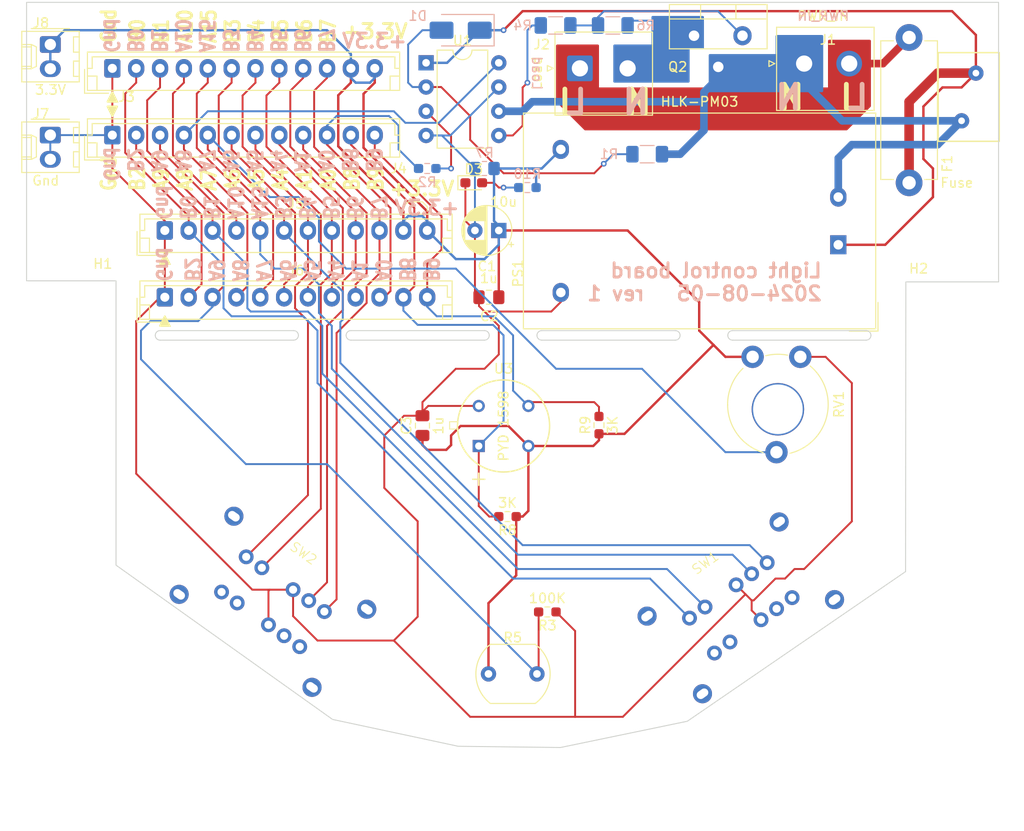
<source format=kicad_pcb>
(kicad_pcb (version 20240108) (generator "pcbnew") (generator_version "8.0")
  (layers (0 "F.Cu" signal) (31 "B.Cu" signal) (34 "B.Paste" user) (35 "F.Paste" user) (36 "B.SilkS" user "B.Silkscreen") (37 "F.SilkS" user "F.Silkscreen") (38 "B.Mask" user) (39 "F.Mask" user) (44 "Edge.Cuts" user))
  (net 0 "")
  (net 11 "/AC{slash}L")
  (net 12 "GND")
  (net 13 "+3.3V")
  (net 14 "Net-(Q2-G)")
  (net 15 "Net-(R2-Pad2)")
  (net 16 "Net-(R4-Pad1)")
  (net 17 "Net-(D1-A)")
  (net 18 "/PA15")
  (net 19 "/PB0")
  (net 20 "/PA10")
  (net 21 "/PB5")
  (net 22 "/PB4")
  (net 23 "/PB7")
  (net 24 "/PB1")
  (net 25 "/PB3")
  (net 26 "/PB6")
  (net 27 "/PB9")
  (net 28 "/PA0")
  (net 29 "/PB8")
  (net 30 "/PA9")
  (net 31 "/PA8")
  (net 32 "/PA7")
  (net 33 "/PB2")
  (net 34 "/PA4")
  (net 35 "/PA1")
  (net 36 "/PA5")
  (net 37 "/PA6")
  (net 38 "/ACL_FUSED")
  (net 39 "/AC{slash}N")
  (net 40 "/A1")
  (net 46 "Net-(D3-A)")
  (footprint "my_electromech:SW_DP4T" (layer "F.Cu") (at 108.833091 114.436178 -35)
    (property "Reference" "SW2")
    (property "Value" "SW_DP4T")
  )
  (footprint "Capacitor_THT:CP_Radial_D5.0mm_P2.50mm" (layer "F.Cu") (at 132.5 75.5 180)
    (property "Reference" "C1")
    (property "Value" "10u")
  )
  (footprint "Resistor_SMD:R_0603_1608Metric_Pad0.98x0.95mm_HandSolder" (layer "F.Cu") (at 143 95.9125 90)
    (property "Reference" "R9")
    (property "Value" "3K")
  )
  (footprint "Connector_JST:JST_EH_B12B-EH-A_1x12_P2.50mm_Vertical" (layer "F.Cu") (at 97.5 75.5)
    (property "Reference" "J5")
    (property "Value" "Conn_01x12")
  )
  (footprint "Capacitor_SMD:C_0805_2012Metric_Pad1.18x1.45mm_HandSolder" (layer "F.Cu") (at 124.5 95.9625 90)
    (property "Reference" "C3")
    (property "Value" "1u")
  )
  (footprint "dsh_mcu_board:SENSE4_PYD 1598_EXT" (layer "F.Cu") (at 130.4 98.1 90)
    (property "Reference" "U3")
    (property "Value" "PYD 1598")
  )
  (footprint "Package_DIP:DIP-8_W7.62mm" (layer "F.Cu") (at 124.88 57.92)
    (property "Reference" "U1")
    (property "Value" "LAA110")
  )
  (footprint "Connector_JST:JST_EH_B12B-EH-A_1x12_P2.50mm_Vertical" (layer "F.Cu") (at 97.5 82.5)
    (property "Reference" "J6")
    (property "Value" "Conn_01x12")
  )
  (footprint "Resistor_THT:R_Axial_DIN0614_L14.3mm_D5.7mm_P15.24mm_Horizontal" (layer "F.Cu") (at 175.5 55.26 -90)
    (property "Reference" "F1")
    (property "Value" "Fuse")
  )
  (footprint "my_electromech:SW_DP4T" (layer "F.Cu") (at 157.864234 115.073869 35.5)
    (property "Reference" "SW1")
    (property "Value" "SW_DP4T")
  )
  (footprint "Capacitor_SMD:C_0805_2012Metric_Pad1.18x1.45mm_HandSolder" (layer "F.Cu") (at 131.4625 82.5 180)
    (property "Reference" "C2")
    (property "Value" "1u")
  )
  (footprint "LED_SMD:LED_0603_1608Metric_Pad1.05x0.95mm_HandSolder" (layer "F.Cu") (at 129.875 70.5)
    (property "Reference" "D3")
    (property "Value" "Green")
  )
  (footprint "Resistor_SMD:R_0603_1608Metric_Pad0.98x0.95mm_HandSolder" (layer "F.Cu") (at 137.5875 115.5 180)
    (property "Reference" "R3")
    (property "Value" "100K")
  )
  (footprint "Resistor_SMD:R_0603_1608Metric_Pad0.98x0.95mm_HandSolder" (layer "F.Cu") (at 133.4125 105.5 180)
    (property "Reference" "R8")
    (property "Value" "3K")
  )
  (footprint "Potentiometer_THT:Potentiometer_Piher_PT-10-V10_Vertical_Hole" (layer "F.Cu") (at 159.1 88.75 -90)
    (property "Reference" "RV1")
    (property "Value" "R_Potentiometer_Trim")
  )
  (footprint "MountingHole:MountingHole_6.4mm_M6" (layer "F.Cu") (at 180.891552 76.680279)
    (property "Reference" "H2")
    (property "Value" "MountingHole")
  )
  (footprint "Varistor:RV_Disc_D9mm_W6.1mm_P5mm" (layer "F.Cu") (at 182.5 59 -90)
    (property "Reference" "D2")
    (property "Value" "1N630xCA")
  )
  (footprint "Connector_JST:JST_NV_B02P-NV_1x02_P5.00mm_Vertical" (layer "F.Cu") (at 141 58.5)
    (property "Reference" "J2")
    (property "Value" "Load")
  )
  (footprint "Connector_JST:JST_NV_B02P-NV_1x02_P5.00mm_Vertical" (layer "F.Cu") (at 164.2225 58)
    (property "Reference" "J1")
    (property "Value" "PWR_IN")
  )
  (footprint "Converter_ACDC:Converter_ACDC_Hi-Link_HLK-PMxx" (layer "F.Cu") (at 168.08 77 180)
    (property "Reference" "PS1")
    (property "Value" "HLK-PM03")
  )
  (footprint "Connector_Molex:Molex_KK-254_AE-6410-02A_1x02_P2.54mm_Vertical" (layer "F.Cu") (at 85.5 65.5 -90)
    (property "Reference" "J7")
    (property "Value" "Gnd")
  )
  (footprint "Connector_Molex:Molex_KK-254_AE-6410-02A_1x02_P2.54mm_Vertical" (layer "F.Cu") (at 85.5 56 -90)
    (property "Reference" "J8")
    (property "Value" "3.3V")
  )
  (footprint "Package_TO_SOT_THT:TO-220-3_Vertical" (layer "F.Cu") (at 152.96 55.07875)
    (property "Reference" "Q2")
    (property "Value" "BTA16-600SW")
  )
  (footprint "Connector_JST:JST_EH_B12B-EH-A_1x12_P2.50mm_Vertical" (layer "F.Cu") (at 92 65.5)
    (property "Reference" "J4")
    (property "Value" "Conn_01x12")
  )
  (footprint "OptoDevice:R_LDR_7x6mm_P5.1mm_Vertical" (layer "F.Cu") (at 131.42 122)
    (property "Reference" "R5")
    (property "Value" "R_Photo")
  )
  (footprint "Connector_JST:JST_EH_B12B-EH-A_1x12_P2.50mm_Vertical" (layer "F.Cu") (at 92 58.5)
    (property "Reference" "J3")
    (property "Value" "Conn_01x12")
  )
  (footprint "MountingHole:MountingHole_6.4mm_M6" (layer "F.Cu") (at 86.901631 76.677527)
    (property "Reference" "H1")
    (property "Value" "MountingHole")
  )
  (footprint "Resistor_SMD:R_0805_2012Metric_Pad1.20x1.40mm_HandSolder" (layer "B.Cu") (at 131 69 180)
    (property "Reference" "R7")
    (property "Value" "50")
  )
  (footprint "Resistor_SMD:R_1206_3216Metric_Pad1.30x1.75mm_HandSolder" (layer "B.Cu") (at 144.45 54)
    (property "Reference" "R6")
    (property "Value" "5K")
  )
  (footprint "Resistor_SMD:R_0603_1608Metric_Pad0.98x0.95mm_HandSolder" (layer "B.Cu") (at 125 69)
    (property "Reference" "R2")
    (property "Value" "220")
  )
  (footprint "Resistor_SMD:R_1206_3216Metric_Pad1.30x1.75mm_HandSolder" (layer "B.Cu") (at 148.05 67.5 180)
    (property "Reference" "R1")
    (property "Value" "47K/0.25W")
  )
  (footprint "Diode_SMD:D_SMA" (layer "B.Cu") (at 128.5 54.5 180)
    (property "Reference" "D1")
    (property "Value" "US1M")
  )
  (footprint "Resistor_SMD:R_0603_1608Metric_Pad0.98x0.95mm_HandSolder" (layer "B.Cu") (at 135.5 71 180)
    (property "Reference" "R10")
    (property "Value" "1K")
  )
  (footprint "Resistor_SMD:R_1206_3216Metric_Pad1.30x1.75mm_HandSolder" (layer "B.Cu") (at 138.45 54)
    (property "Reference" "R4")
    (property "Value" "1K")
  )
  (gr_poly (pts (xy 92.5 62.5) (xy 92 63.5) (xy 91.5 62.5)) (stroke (width 0.2)) (fill solid) (layer "F.SilkS"))
  (gr_poly (pts (xy 97 85.5) (xy 97.5 84.5) (xy 98 85.5)) (stroke (width 0.2)) (fill solid) (layer "F.SilkS"))
  (gr_line (start 122.5 73) (end 123 72.5) (stroke (width 0.1)) (layer "F.SilkS"))
  (gr_poly (pts (xy 97 79) (xy 97.5 78) (xy 98 79)) (stroke (width 0.2)) (fill solid) (layer "F.SilkS"))
  (gr_line (start 123 72.5) (end 124.5 72.5) (stroke (width 0.1)) (layer "F.SilkS"))
  (gr_line (start 122.5 73.5) (end 122.5 73) (stroke (width 0.1)) (layer "F.SilkS"))
  (gr_poly (pts (xy 91.5 62) (xy 92 61) (xy 92.5 62)) (stroke (width 0.2)) (fill solid) (layer "F.SilkS"))
  (gr_line (start 125 73) (end 125 73.5) (stroke (width 0.1)) (layer "F.SilkS"))
  (gr_line (start 124.5 72.5) (end 125 73) (stroke (width 0.1)) (layer "F.SilkS"))
  (gr_arc (start 171 86) (mid 171.353553 86.146447) (end 171.5 86.5) (stroke (width 0.1)) (layer "Edge.Cuts"))
  (gr_arc (start 157 87) (mid 156.646447 86.853553) (end 156.5 86.5) (stroke (width 0.1)) (layer "Edge.Cuts"))
  (gr_line (start 131 87) (end 117 87) (stroke (width 0.1)) (layer "Edge.Cuts"))
  (gr_arc (start 111 86) (mid 111.353553 86.146447) (end 111.5 86.5) (stroke (width 0.1)) (layer "Edge.Cuts"))
  (gr_arc (start 151 86) (mid 151.353553 86.146447) (end 151.5 86.5) (stroke (width 0.1)) (layer "Edge.Cuts"))
  (gr_arc (start 156.5 86.5) (mid 156.646447 86.146447) (end 157 86) (stroke (width 0.1)) (layer "Edge.Cuts"))
  (gr_arc (start 136.5 86.5) (mid 136.646447 86.146447) (end 137 86) (stroke (width 0.1)) (layer "Edge.Cuts"))
  (gr_arc (start 131 86) (mid 131.353553 86.146447) (end 131.5 86.5) (stroke (width 0.1)) (layer "Edge.Cuts"))
  (gr_arc (start 111.5 86.5) (mid 111.353553 86.853553) (end 111 87) (stroke (width 0.1)) (layer "Edge.Cuts"))
  (gr_arc (start 116.5 86.5) (mid 116.646447 86.146447) (end 117 86) (stroke (width 0.1)) (layer "Edge.Cuts"))
  (gr_arc (start 171.5 86.5) (mid 171.353553 86.853553) (end 171 87) (stroke (width 0.1)) (layer "Edge.Cuts"))
  (gr_arc (start 151.5 86.5) (mid 151.353553 86.853553) (end 151 87) (stroke (width 0.1)) (layer "Edge.Cuts"))
  (gr_poly (pts (xy 184.879353 80.636371) (xy 184.877186 80.630565) (xy 184.877186 51.578426) (xy 83.01302 51.578426) (xy 83.01302 80.782504) (xy 92.387913 80.782504) (xy 92.387913 110.59856) (xy 115.07581 126.77296) (xy 128.247685 129.588443) (xy 138.964207 129.717929) (xy 152.257275 126.962711) (xy 175.131077 111.270603) (xy 175.158078 80.893932) (xy 184.883152 80.893932)) (stroke (width 0.1)) (fill none) (layer "Edge.Cuts"))
  (gr_line (start 111 87) (end 97 87) (stroke (width 0.1)) (layer "Edge.Cuts"))
  (gr_arc (start 97 87) (mid 96.646447 86.853553) (end 96.5 86.5) (stroke (width 0.1)) (layer "Edge.Cuts"))
  (gr_arc (start 96.5 86.5) (mid 96.646447 86.146447) (end 97 86) (stroke (width 0.1)) (layer "Edge.Cuts"))
  (gr_arc (start 131.5 86.5) (mid 131.353553 86.853553) (end 131 87) (stroke (width 0.1)) (layer "Edge.Cuts"))
  (gr_line (start 117 86) (end 131 86) (stroke (width 0.1)) (layer "Edge.Cuts"))
  (gr_line (start 97 86) (end 111 86) (stroke (width 0.1)) (layer "Edge.Cuts"))
  (gr_line (start 151 87) (end 137 87) (stroke (width 0.1)) (layer "Edge.Cuts"))
  (gr_line (start 157 86) (end 171 86) (stroke (width 0.1)) (layer "Edge.Cuts"))
  (gr_line (start 171 87) (end 157 87) (stroke (width 0.1)) (layer "Edge.Cuts"))
  (gr_arc (start 117 87) (mid 116.646447 86.853553) (end 116.5 86.5) (stroke (width 0.1)) (layer "Edge.Cuts"))
  (gr_arc (start 137 87) (mid 136.646447 86.853553) (end 136.5 86.5) (stroke (width 0.1)) (layer "Edge.Cuts"))
  (gr_line (start 137 86) (end 151 86) (stroke (width 0.1)) (layer "Edge.Cuts"))
  (gr_text "A15" (at 106.5 74.5 270) (layer "B.SilkS") (effects (font (size 1.5 1.25) (thickness 0.3) (bold yes)) (justify left bottom mirror)))
  (gr_text "B4" (at 106 57 -90) (layer "B.SilkS") (effects (font (size 1.5 1.25) (thickness 0.3) (bold yes)) (justify left bottom mirror)))
  (gr_text "A7" (at 107 81 -90) (layer "B.SilkS") (effects (font (size 1.5 1.25) (thickness 0.3) (bold yes)) (justify left bottom mirror)))
  (gr_text "N" (at 164.5 63 -0) (layer "B.SilkS") (effects (font (size 2.5 2.5) (thickness 0.5) (bold yes)) (justify left bottom mirror)))
  (gr_text "A5" (at 106 69.5 -90) (layer "B.SilkS") (effects (font (size 1.5 1.25) (thickness 0.3) (bold yes)) (justify left bottom mirror)))
  (gr_text "B8" (at 122 81 -90) (layer "B.SilkS") (effects (font (size 1.5 1.25) (thickness 0.3) (bold yes)) (justify left bottom mirror)))
  (gr_text "B2" (at 93.5 69.5 -90) (layer "B.SilkS") (effects (font (size 1.5 1.25) (thickness 0.3) (bold yes)) (justify left bottom mirror)))
  (gr_text "B2" (at 99.5 81 -90) (layer "B.SilkS") (effects (font (size 1.5 1.25) (thickness 0.3) (bold yes)) (justify left bottom mirror)))
  (gr_text "A9" (at 96 69.5 -90) (layer "B.SilkS") (effects (font (size 1.5 1.25) (thickness 0.3) (bold yes)) (justify left bottom mirror)))
  (gr_text "L" (at 142 63.5 -0) (layer "B.SilkS") (effects (font (size 2.5 2.5) (thickness 0.5) (bold yes)) (justify left bottom mirror)))
  (gr_text "B0" (at 93.5 57 -90) (layer "B.SilkS") (effects (font (size 1.5 1.25) (thickness 0.3) (bold yes)) (justify left bottom mirror)))
  (gr_text "+3.3V" (at 121.414284 74 -0) (layer "B.SilkS") (effects (font (size 1.5 1.5) (thickness 0.3) (bold yes)) (justify right bottom mirror)))
  (gr_text "B9" (at 124.5 81 -90) (layer "B.SilkS") (effects (font (size 1.5 1.25) (thickness 0.3) (bold yes)) (justify left bottom mirror)))
  (gr_text "A5" (at 112 81 -90) (layer "B.SilkS") (effects (font (size 1.5 1.25) (thickness 0.3) (bold yes)) (justify left bottom mirror)))
  (gr_text "A4" (at 108.5 69.5 -90) (layer "B.SilkS") (effects (font (size 1.5 1.25) (thickness 0.3) (bold yes)) (justify left bottom mirror)))
  (gr_text "A4" (at 114.5 81 -90) (layer "B.SilkS") (effects (font (size 1.5 1.25) (thickness 0.3) (bold yes)) (justify left bottom mirror)))
  (gr_text "B1" (at 101.5 74.5 -90) (layer "B.SilkS") (effects (font (size 1.5 1.25) (thickness 0.3) (bold yes)) (justify left bottom mirror)))
  (gr_text "+3.3V" (at 115.914284 56.5 -0) (layer "B.SilkS") (effects (font (size 1.5 1.5) (thickness 0.3) (bold yes)) (justify right bottom mirror)))
  (gr_text "B7" (at 119 74.5 -90) (layer "B.SilkS") (effects (font (size 1.5 1.25) (thickness 0.3) (bold yes)) (justify left bottom mirror)))
  (gr_text "A0" (at 113.5 69.5 -90) (layer "B.SilkS") (effects (font (size 1.5 1.25) (thickness 0.3) (bold yes)) (justify left bottom mirror)))
  (gr_text "Gnd" (at 96.5 81 -90) (layer "B.SilkS") (effects (font (size 1.5 1.25) (thickness 0.3) (bold yes)) (justify left bottom mirror)))
  (gr_text "A8" (at 98.5 69.5 -90) (layer "B.SilkS") (effects (font (size 1.5 1.25) (thickness 0.3) (bold yes)) (justify left bottom mirror)))
  (gr_text "Gnd" (at 91 57 -90) (layer "B.SilkS") (effects (font (size 1.5 1.25) (thickness 0.3) (bold yes)) (justify left bottom mirror)))
  (gr_text "B7" (at 113.5 57 -90) (layer "B.SilkS") (effects (font (size 1.5 1.25) (thickness 0.3) (bold yes)) (justify left bottom mirror)))
  (gr_text "L" (at 171.5 63 -0) (layer "B.SilkS") (effects (font (size 2.5 2.5) (thickness 0.5) (bold yes)) (justify left bottom mirror)))
  (gr_text "B5" (at 114 74.5 -90) (layer "B.SilkS") (effects (font (size 1.5 1.25) (thickness 0.3) (bold yes)) (justify left bottom mirror)))
  (gr_text "B9" (at 118.5 69.5 -90) (layer "B.SilkS") (effects (font (size 1.5 1.25) (thickness 0.3) (bold yes)) (justify left bottom mirror)))
  (gr_text "A6" (at 109.5 81 -90) (layer "B.SilkS") (effects (font (size 1.5 1.25) (thickness 0.3) (bold yes)) (justify left bottom mirror)))
  (gr_text "B3" (at 109 74.5 -90) (layer "B.SilkS") (effects (font (size 1.5 1.25) (thickness 0.3) (bold yes)) (justify left bottom mirror)))
  (gr_text "A0" (at 119.5 81 -90) (layer "B.SilkS") (effects (font (size 1.5 1.25) (thickness 0.3) (bold yes)) (justify left bottom mirror)))
  (gr_text "B0" (at 99 74.5 -90) (layer "B.SilkS") (effects (font (size 1.5 1.25) (thickness 0.3) (bold yes)) (justify left bottom mirror)))
  (gr_text "A15" (at 101 57 -90) (layer "B.SilkS") (effects (font (size 1.5 1.25) (thickness 0.3) (bold yes)) (justify left bottom mirror)))
  (gr_text "A10" (at 104 74.5 270) (layer "B.SilkS") (effects (font (size 1.5 1.25) (thickness 0.3) (bold yes)) (justify left bottom mirror)))
  (gr_text "B1" (at 96 57 -90) (layer "B.SilkS") (effects (font (size 1.5 1.25) (thickness 0.3) (bold yes)) (justify left bottom mirror)))
  (gr_text "A10" (at 98.5 57 -90) (layer "B.SilkS") (effects (font (size 1.5 1.25) (thickness 0.3) (bold yes)) (justify left bottom mirror)))
  (gr_text "N" (at 148.5 63.5 -0) (layer "B.SilkS") (effects (font (size 2.5 2.5) (thickness 0.5) (bold yes)) (justify left bottom mirror)))
  (gr_text "B5" (at 108.5 57 -90) (layer "B.SilkS") (effects (font (size 1.5 1.25) (thickness 0.3) (bold yes)) (justify left bottom mirror)))
  (gr_text "Gnd" (at 96.5 74.5 -90) (layer "B.SilkS") (effects (font (size 1.5 1.25) (thickness 0.3) (bold yes)) (justify left bottom mirror)))
  (gr_text "B6" (at 111 57 -90) (layer "B.SilkS") (effects (font (size 1.5 1.25) (thickness 0.3) (bold yes)) (justify left bottom mirror)))
  (gr_text "A7" (at 101 69.5 -90) (layer "B.SilkS") (effects (font (size 1.5 1.25) (thickness 0.3) (bold yes)) (justify left bottom mirror)))
  (gr_text "Load" (at 136.5 59 -90) (layer "B.SilkS") (effects (font (size 1 1)) (justify mirror)))
  (gr_text "B6" (at 116.5 74.5 -90) (layer "B.SilkS") (effects (font (size 1.5 1.25) (thickness 0.3) (bold yes)) (justify left bottom mirror)))
  (gr_text "A8" (at 104.5 81 -90) (layer "B.SilkS") (effects (font (size 1.5 1.25) (thickness 0.3) (bold yes)) (justify left bottom mirror)))
  (gr_text "Gnd" (at 91 70.5 -90) (layer "B.SilkS") (effects (font (size 1.5 1.25) (thickness 0.3) (bold yes)) (justify left bottom mirror)))
  (gr_text "PWR_IN" (at 166.5 53 -0) (layer "B.SilkS") (effects (font (size 1 1)) (justify mirror)))
  (gr_text "A6" (at 103.5 69.5 -90) (layer "B.SilkS") (effects (font (size 1.5 1.25) (thickness 0.3) (bold yes)) (justify left bottom mirror)))
  (gr_text "A1" (at 111 69.5 -90) (layer "B.SilkS") (effects (font (size 1.5 1.25) (thickness 0.3) (bold yes)) (justify left bottom mirror)))
  (gr_text "B3" (at 103.5 57 -90) (layer "B.SilkS") (effects (font (size 1.5 1.25) (thickness 0.3) (bold yes)) (justify left bottom mirror)))
  (gr_text "A1" (at 117 81 -90) (layer "B.SilkS") (effects (font (size 1.5 1.25) (thickness 0.3) (bold yes)) (justify left bottom mirror)))
  (gr_text "B8" (at 116 69.5 -90) (layer "B.SilkS") (effects (font (size 1.5 1.25) (thickness 0.3) (bold yes)) (justify left bottom mirror)))
  (gr_text "Light control board\n2024-08-05   rev 1" (at 166.5 83 -0) (layer "B.SilkS") (effects (font (size 1.5 1.5) (thickness 0.3) (bold yes)) (justify left bottom mirror)))
  (gr_text "B4" (at 111.5 74.5 -90) (layer "B.SilkS") (effects (font (size 1.5 1.25) (thickness 0.3) (bold yes)) (justify left bottom mirror)))
  (gr_text "A9" (at 102 81 -90) (layer "B.SilkS") (effects (font (size 1.5 1.25) (thickness 0.3) (bold yes)) (justify left bottom mirror)))
  (gr_text "B4" (at 108 56 90) (layer "F.SilkS") (effects (font (size 1.5 1.25) (thickness 0.3) (bold yes)) (justify left bottom)))
  (gr_text "+3.3V" (at 116 55.5 0) (layer "F.SilkS") (effects (font (size 1.5 1.5) (thickness 0.3) (bold yes)) (justify left bottom)))
  (gr_text "B2" (at 95.5 71.5 90) (layer "F.SilkS") (effects (font (size 1.5 1.25) (thickness 0.3) (bold yes)) (justify left bottom)))
  (gr_text "N" (at 161.5 63 0) (layer "F.SilkS") (effects (font (size 2.5 2.5) (thickness 0.5) (bold yes)) (justify left bottom)))
  (gr_text "N" (at 145.5 63.5 0) (layer "F.SilkS") (effects (font (size 2.5 2.5) (thickness 0.5) (bold yes)) (justify left bottom)))
  (gr_text "A6" (at 105.5 71.5 90) (layer "F.SilkS") (effects (font (size 1.5 1.25) (thickness 0.3) (bold yes)) (justify left bottom)))
  (gr_text "A0" (at 115.5 71.5 90) (layer "F.SilkS") (effects (font (size 1.5 1.25) (thickness 0.3) (bold yes)) (justify left bottom)))
  (gr_text "A5" (at 108 71.5 90) (layer "F.SilkS") (effects (font (size 1.5 1.25) (thickness 0.3) (bold yes)) (justify left bottom)))
  (gr_text "L" (at 168 63 0) (layer "F.SilkS") (effects (font (size 2.5 2.5) (thickness 0.5) (bold yes)) (justify left bottom)))
  (gr_text "B5" (at 110.5 56 90) (layer "F.SilkS") (effects (font (size 1.5 1.25) (thickness 0.3) (bold yes)) (justify left bottom)))
  (gr_text "B3" (at 105.5 56 90) (layer "F.SilkS") (effects (font (size 1.5 1.25) (thickness 0.3) (bold yes)) (justify left bottom)))
  (gr_text "A1" (at 113 71.5 90) (layer "F.SilkS") (effects (font (size 1.5 1.25) (thickness 0.3) (bold yes)) (justify left bottom)))
  (gr_text "B1" (at 98 56 90) (layer "F.SilkS") (effects (font (size 1.5 1.25) (thickness 0.3) (bold yes)) (justify left bottom)))
  (gr_text "A15" (at 103 56 90) (layer "F.SilkS") (effects (font (size 1.5 1.25) (thickness 0.3) (bold yes)) (justify left bottom)))
  (gr_text "B6" (at 113 56 90) (layer "F.SilkS") (effects (font (size 1.5 1.25) (thickness 0.3) (bold yes)) (justify left bottom)))
  (gr_text "A10" (at 100.5 56 90) (layer "F.SilkS") (effects (font (size 1.5 1.25) (thickness 0.3) (bold yes)) (justify left bottom)))
  (gr_text "A4" (at 110.5 71.5 90) (layer "F.SilkS") (effects (font (size 1.5 1.25) (thickness 0.3) (bold yes)) (justify left bottom)))
  (gr_text "Gnd" (at 92.5 71.5 90) (layer "F.SilkS") (effects (font (size 1.5 1.25) (thickness 0.3) (bold yes)) (justify left bottom)))
  (gr_text "B0" (at 95.5 56 90) (layer "F.SilkS") (effects (font (size 1.5 1.25) (thickness 0.3) (bold yes)) (justify left bottom)))
  (gr_text "L" (at 138.5 63.5 0) (layer "F.SilkS") (effects (font (size 2.5 2.5) (thickness 0.5) (bold yes)) (justify left bottom)))
  (gr_text "A7" (at 103 71.5 90) (layer "F.SilkS") (effects (font (size 1.5 1.25) (thickness 0.3) (bold yes)) (justify left bottom)))
  (gr_text "A9" (at 98 71.5 90) (layer "F.SilkS") (effects (font (size 1.5 1.25) (thickness 0.3) (bold yes)) (justify left bottom)))
  (gr_text "A8" (at 100.5 71.5 90) (layer "F.SilkS") (effects (font (size 1.5 1.25) (thickness 0.3) (bold yes)) (justify left bottom)))
  (gr_text "+3.3V" (at 128 72 0) (layer "F.SilkS") (effects (font (size 1.5 1.5) (thickness 0.3) (bold yes)) (justify right bottom)))
  (gr_text "B9" (at 120.5 71.5 90) (layer "F.SilkS") (effects (font (size 1.5 1.25) (thickness 0.3) (bold yes)) (justify left bottom)))
  (gr_text "B7" (at 115.5 56 90) (layer "F.SilkS") (effects (font (size 1.5 1.25) (thickness 0.3) (bold yes)) (justify left bottom)))
  (gr_text "B8" (at 118 71.5 90) (layer "F.SilkS") (effects (font (size 1.5 1.25) (thickness 0.3) (bold yes)) (justify left bottom)))
  (gr_text "Gnd" (at 92.5 56 90) (layer "F.SilkS") (effects (font (size 1.5 1.25) (thickness 0.3) (bold yes)) (justify left bottom)))
  (segment (start 169.7225 58.5) (end 169.2225 58) (width 0.8) (layer "F.Cu") (net 11))
  (segment (start 175.5 55.26) (end 172.76 58) (width 0.8) (layer "F.Cu") (net 11))
  (segment (start 172.76 58) (end 169.2225 58) (width 0.8) (layer "F.Cu") (net 11))
  (segment (start 139 83) (end 138 84) (width 0.2) (layer "F.Cu") (net 12))
  (segment (start 130.425 83.425) (end 131 84) (width 0.2) (layer "F.Cu") (net 12))
  (segment (start 124.5 94.5) (end 124.5 94.925) (width 0.2) (layer "F.Cu") (net 12))
  (segment (start 129 74.5) (end 130 75.5) (width 0.2) (layer "F.Cu") (net 12))
  (segment (start 130 75.5) (end 130 82.075) (width 0.2) (layer "F.Cu") (net 12))
  (segment (start 162.5 112) (end 163.5 111) (width 0.2) (layer "F.Cu") (net 12))
  (segment (start 138.5 115.5) (end 140.5 117.5) (width 0.2) (layer "F.Cu") (net 12))
  (segment (start 113.5 118.5) (end 121.5 118.5) (width 0.2) (layer "F.Cu") (net 12))
  (segment (start 110.94279 113.166662) (end 110.94279 115.94279) (width 0.2) (layer "F.Cu") (net 12))
  (segment (start 94.5 101) (end 94.5 85) (width 0.2) (layer "F.Cu") (net 12))
  (segment (start 110.94279 113.166662) (end 108.5 113.166662) (width 0.2) (layer "F.Cu") (net 12))
  (segment (start 130.4 93.900001) (end 125.099999 93.900001) (width 0.2) (layer "F.Cu") (net 12))
  (segment (start 169.5 106) (end 169.5 91.5) (width 0.2) (layer "F.Cu") (net 12))
  (segment (start 145.5 126.5) (end 140.5 126.5) (width 0.2) (layer "F.Cu") (net 12))
  (segment (start 158.355181 113.644819) (end 159 114.289639) (width 0.2) (layer "F.Cu") (net 12))
  (segment (start 110.94279 115.94279) (end 113.5 118.5) (width 0.2) (layer "F.Cu") (net 12))
  (segment (start 130 82.075) (end 130.425 82.5) (width 0.2) (layer "F.Cu") (net 12))
  (segment (start 128 90) (end 131 90) (width 0.2) (layer "F.Cu") (net 12))
  (segment (start 132.5 88.5) (end 132.5 85.5) (width 0.2) (layer "F.Cu") (net 12))
  (segment (start 131 90) (end 132.5 88.5) (width 0.2) (layer "F.Cu") (net 12))
  (segment (start 131 84) (end 138 84) (width 0.2) (layer "F.Cu") (net 12))
  (segment (start 106.666662 113.166662) (end 94.5 101) (width 0.2) (layer "F.Cu") (net 12))
  (segment (start 97 82.5) (end 97.5 82.5) (width 0.2) (layer "F.Cu") (net 12))
  (segment (start 124.5 94.925) (end 124.5 93.5) (width 0.2) (layer "F.Cu") (net 12))
  (segment (start 97.5 74.5) (end 97.5 75.5) (width 0.2) (layer "F.Cu") (net 12))
  (segment (start 161.5 112) (end 162.5 112) (width 0.2) (layer "F.Cu") (net 12))
  (segment (start 120.5 102.5) (end 124 106) (width 0.2) (layer "F.Cu") (net 12))
  (segment (start 169.5 91.5) (end 166.75 88.75) (width 0.2) (layer "F.Cu") (net 12))
  (segment (start 159 115.339994) (end 159.984931 116.324925) (width 0.2) (layer "F.Cu") (net 12))
  (segment (start 92 69) (end 97.5 74.5) (width 0.2) (layer "F.Cu") (net 12))
  (segment (start 124 116) (end 121.5 118.5) (width 0.2) (layer "F.Cu") (net 12))
  (segment (start 166.75 88.75) (end 164.1 88.75) (width 0.2) (layer "F.Cu") (net 12))
  (segment (start 97.5 75.5) (end 97.5 82.5) (width 0.2) (layer "F.Cu") (net 12))
  (segment (start 92 65.5) (end 92 69) (width 0.2) (layer "F.Cu") (net 12))
  (segment (start 159.210361 114.289639) (end 161.5 112) (width 0.2) (layer "F.Cu") (net 12))
  (segment (start 129.5 126.5) (end 121.5 118.5) (width 0.2) (layer "F.Cu") (net 12))
  (segment (start 164.5 111) (end 169.5 106) (width 0.2) (layer "F.Cu") (net 12))
  (segment (start 124.5 93.5) (end 128 90) (width 0.2) (layer "F.Cu") (net 12))
  (segment (start 108.361696 116.852847) (end 108.361696 113.304966) (width 0.2) (layer "F.Cu") (net 12))
  (segment (start 159 114.289639) (end 159 115.339994) (width 0.2) (layer "F.Cu") (net 12))
  (segment (start 140.5 126.5) (end 129.5 126.5) (width 0.2) (layer "F.Cu") (net 12))
  (segment (start 120.5 97) (end 120.5 102.5) (width 0.2) (layer "F.Cu") (net 12))
  (segment (start 94.5 85) (end 97 82.5) (width 0.2) (layer "F.Cu") (net 12))
  (segment (start 139 82) (end 139 83) (width 0.2) (layer "F.Cu") (net 12))
  (segment (start 157.371768 114.628232) (end 145.5 126.5) (width 0.2) (layer "F.Cu") (net 12))
  (segment (start 132.5 85.5) (end 131 84) (width 0.2) (layer "F.Cu") (net 12))
  (segment (start 157.371768 114.628232) (end 158.355181 113.644819) (width 0.2) (layer "F.Cu") (net 12))
  (segment (start 122.575 94.925) (end 120.5 97) (width 0.2) (layer "F.Cu") (net 12))
  (segment (start 157.371768 112.661407) (end 158.355181 113.644819) (width 0.2) (layer "F.Cu") (net 12))
  (segment (start 129 70.5) (end 129 74.5) (width 0.2) (layer "F.Cu") (net 12))
  (segment (start 124 106) (end 124 116) (width 0.2) (layer "F.Cu") (net 12))
  (segment (start 125.099999 93.900001) (end 124.5 94.5) (width 0.2) (layer "F.Cu") (net 12))
  (segment (start 108.361696 113.304966) (end 108.5 113.166662) (width 0.2) (layer "F.Cu") (net 12))
  (segment (start 159 114.289639) (end 159.210361 114.289639) (width 0.2) (layer "F.Cu") (net 12))
  (segment (start 140.5 117.5) (end 140.5 126.5) (width 0.2) (layer "F.Cu") (net 12))
  (segment (start 163.5 111) (end 164.5 111) (width 0.2) (layer "F.Cu") (net 12))
  (segment (start 124.5 94.925) (end 122.575 94.925) (width 0.2) (layer "F.Cu") (net 12))
  (segment (start 130.425 82.5) (end 130.425 83.425) (width 0.2) (layer "F.Cu") (net 12))
  (segment (start 108.5 113.166662) (end 106.666662 113.166662) (width 0.2) (layer "F.Cu") (net 12))
  (segment (start 92 58.5) (end 92 65.5) (width 0.2) (layer "F.Cu") (net 12))
  (segment (start 126.54 65.54) (end 130 69) (width 0.2) (layer "B.Cu") (net 12))
  (segment (start 85.5 68.04) (end 85.5 65.5) (width 0.2) (layer "B.Cu") (net 12))
  (segment (start 132.5 60.46) (end 127.42 65.54) (width 0.2) (layer "B.Cu") (net 12))
  (segment (start 85.5 65.5) (end 92 65.5) (width 0.2) (layer "B.Cu") (net 12))
  (segment (start 127.42 65.54) (end 124.88 65.54) (width 0.2) (layer "B.Cu") (net 12))
  (segment (start 124.88 65.54) (end 126.54 65.54) (width 0.2) (layer "B.Cu") (net 12))
  (segment (start 130 69) (end 130 75.5) (width 0.2) (layer "B.Cu") (net 12))
  (segment (start 133.5 96) (end 135.6 98.1) (width 0.25) (layer "F.Cu") (net 13))
  (segment (start 153.5 86) (end 155 87.5) (width 0.25) (layer "F.Cu") (net 13))
  (segment (start 132.5 75.5) (end 146 75.5) (width 0.25) (layer "F.Cu") (net 13))
  (segment (start 153.5 83) (end 153.5 86) (width 0.25) (layer "F.Cu") (net 13))
  (segment (start 118.325 61.175) (end 119.5 60) (width 0.25) (layer "F.Cu") (net 13))
  (segment (start 143 96.825) (end 143 97.5) (width 0.25) (layer "F.Cu") (net 13))
  (segment (start 124.5 98) (end 125 98.5) (width 0.25) (layer "F.Cu") (net 13))
  (segment (start 115.675 66.675) (end 122.5 73.5) (width 0.25) (layer "F.Cu") (net 13))
  (segment (start 142.4 98.1) (end 135.6 98.1) (width 0.25) (layer "F.Cu") (net 13))
  (segment (start 115.675 61.325) (end 115.675 66.675) (width 0.25) (layer "F.Cu") (net 13))
  (segment (start 156.25 88.75) (end 159.1 88.75) (width 0.25) (layer "F.Cu") (net 13))
  (segment (start 145.675 96.825) (end 143 96.825) (width 0.25) (layer "F.Cu") (net 13))
  (segment (start 131.42 122) (end 131.42 114.58) (width 0.25) (layer "F.Cu") (net 13))
  (segment (start 155 87.5) (end 156.25 88.75) (width 0.25) (layer "F.Cu") (net 13))
  (segment (start 119.5 60) (end 119.5 58.5) (width 0.25) (layer "F.Cu") (net 13))
  (segment (start 122.5 73.5) (end 122.5 75.5) (width 0.25) (layer "F.Cu") (net 13))
  (segment (start 132.5 82.5) (end 132.5 75.5) (width 0.25) (layer "F.Cu") (net 13))
  (segment (start 125 75.5) (end 125 73.5) (width 0.25) (layer "F.Cu") (net 13))
  (segment (start 146 75.5) (end 153.5 83) (width 0.25) (layer "F.Cu") (net 13))
  (segment (start 134.325 111.675) (end 134.325 105.5) (width 0.25) (layer "F.Cu") (net 13))
  (segment (start 127 98.5) (end 127.5 98) (width 0.25) (layer "F.Cu") (net 13))
  (segment (start 135 105.5) (end 135.6 104.9) (width 0.25) (layer "F.Cu") (net 13))
  (segment (start 125 98.5) (end 127 98.5) (width 0.25) (layer "F.Cu") (net 13))
  (segment (start 134.325 105.5) (end 135 105.5) (width 0.25) (layer "F.Cu") (net 13))
  (segment (start 128.5 96) (end 133.5 96) (width 0.25) (layer "F.Cu") (net 13))
  (segment (start 131.42 114.58) (end 134.325 111.675) (width 0.25) (layer "F.Cu") (net 13))
  (segment (start 135.6 104.9) (end 135.6 98.1) (width 0.25) (layer "F.Cu") (net 13))
  (segment (start 117 60) (end 115.675 61.325) (width 0.25) (layer "F.Cu") (net 13))
  (segment (start 118.325 66.825) (end 118.325 61.175) (width 0.25) (layer "F.Cu") (net 13))
  (segment (start 124.5 97) (end 124.5 98) (width 0.25) (layer "F.Cu") (net 13))
  (segment (start 155 87.5) (end 145.675 96.825) (width 0.25) (layer "F.Cu") (net 13))
  (segment (start 125 73.5) (end 118.325 66.825) (width 0.25) (layer "F.Cu") (net 13))
  (segment (start 127.5 97) (end 128.5 96) (width 0.25) (layer "F.Cu") (net 13))
  (segment (start 127.5 98) (end 127.5 97) (width 0.25) (layer "F.Cu") (net 13))
  (segment (start 117 58.5) (end 117 60) (width 0.25) (layer "F.Cu") (net 13))
  (segment (start 143 97.5) (end 142.4 98.1) (width 0.25) (layer "F.Cu") (net 13))
  (segment (start 132 74.5) (end 132 69) (width 0.25) (layer "B.Cu") (net 13))
  (segment (start 117 57) (end 117 58.5) (width 0.25) (layer "B.Cu") (net 13))
  (segment (start 125 75.5) (end 128 78.5) (width 0.25) (layer "B.Cu") (net 13))
  (segment (start 117 58.5) (end 117 59.5) (width 0.25) (layer "B.Cu") (net 13))
  (segment (start 87 54.5) (end 114.5 54.5) (width 0.25) (layer "B.Cu") (net 13))
  (segment (start 123 74) (end 124.5 74) (width 0.25) (layer "B.Cu") (net 13))
  (segment (start 119.5 58.5) (end 119.5 59.5) (width 0.25) (layer "B.Cu") (net 13))
  (segment (start 137 69) (end 139 67) (width 0.25) (layer "B.Cu") (net 13))
  (segment (start 122.5 74.5) (end 123 74) (width 0.25) (layer "B.Cu") (net 13))
  (segment (start 131 78.5) (end 132.5 77) (width 0.25) (layer "B.Cu") (net 13))
  (segment (start 132 69) (end 136 69) (width 0.25) (layer "B.Cu") (net 13))
  (segment (start 125 74.5) (end 125 75.5) (width 0.25) (layer "B.Cu") (net 13))
  (segment (start 132.5 77) (end 132.5 75.5) (width 0.25) (layer "B.Cu") (net 13))
  (segment (start 117 59.5) (end 117.5 60) (width 0.25) (layer "B.Cu") (net 13))
  (segment (start 128 78.5) (end 131 78.5) (width 0.25) (layer "B.Cu") (net 13))
  (segment (start 85.5 56) (end 85.5 58.54) (width 0.25) (layer "B.Cu") (net 13))
  (segment (start 132.5 75) (end 132 74.5) (width 0.25) (layer "B.Cu") (net 13))
  (segment (start 124.5 74) (end 125 74.5) (width 0.25) (layer "B.Cu") (net 13))
  (segment (start 117.5 60) (end 119 60) (width 0.25) (layer "B.Cu") (net 13))
  (segment (start 132.5 75.5) (end 132.5 75) (width 0.25) (layer "B.Cu") (net 13))
  (segment (start 136 69) (end 137 69) (width 0.25) (layer "B.Cu") (net 13))
  (segment (start 119.5 59.5) (end 119 60) (width 0.25) (layer "B.Cu") (net 13))
  (segment (start 122.5 75.5) (end 122.5 74.5) (width 0.25) (layer "B.Cu") (net 13))
  (segment (start 136.4125 69.4125) (end 136 69) (width 0.25) (layer "B.Cu") (net 13))
  (segment (start 114.5 54.5) (end 117 57) (width 0.25) (layer "B.Cu") (net 13))
  (segment (start 136.4125 71) (end 136.4125 69.4125) (width 0.25) (layer "B.Cu") (net 13))
  (segment (start 85.5 56) (end 87 54.5) (width 0.25) (layer "B.Cu") (net 13))
  (segment (start 142.9 53.125) (end 143.525 52.5) (width 0.2) (layer "B.Cu") (net 14))
  (segment (start 142.9 54) (end 140 54) (width 0.2) (layer "B.Cu") (net 14))
  (segment (start 143.525 52.5) (end 155.46125 52.5) (width 0.2) (layer "B.Cu") (net 14))
  (segment (start 142.9 54) (end 142.9 53.125) (width 0.2) (layer "B.Cu") (net 14))
  (segment (start 155.46125 52.5) (end 158.04 55.07875) (width 0.2) (layer "B.Cu") (net 14))
  (segment (start 124.88 63) (end 127.5 65.62) (width 0.2) (layer "F.Cu") (net 15))
  (segment (start 127.5 65.62) (end 127.5 69) (width 0.2) (layer "F.Cu") (net 15))
  (via (at 127.5 69) (size 0.6) (drill 0.3) (layers "F.Cu" "B.Cu") (net 15))
  (segment (start 125.9125 69) (end 127.5 69) (width 0.2) (layer "B.Cu") (net 15))
  (segment (start 135.5 60) (end 135 60.5) (width 0.2) (layer "F.Cu") (net 16))
  (segment (start 135 60.5) (end 135 64.5) (width 0.2) (layer "F.Cu") (net 16))
  (segment (start 133.96 65.54) (end 132.5 65.54) (width 0.2) (layer "F.Cu") (net 16))
  (segment (start 135 64.5) (end 133.96 65.54) (width 0.2) (layer "F.Cu") (net 16))
  (via (at 135.5 60) (size 0.6) (drill 0.3) (layers "F.Cu" "B.Cu") (net 16))
  (segment (start 135.5 54.5) (end 136 54) (width 0.2) (layer "B.Cu") (net 16))
  (segment (start 136 54) (end 136.9 54) (width 0.2) (layer "B.Cu") (net 16))
  (segment (start 135.5 60) (end 135.5 54.5) (width 0.2) (layer "B.Cu") (net 16))
  (segment (start 129.5 63.5) (end 129.5 66) (width 0.2) (layer "F.Cu") (net 17))
  (segment (start 124.88 60.46) (end 126.46 60.46) (width 0.2) (layer "F.Cu") (net 17))
  (segment (start 133 69.5) (end 142.5 69.5) (width 0.2) (layer "F.Cu") (net 17))
  (segment (start 126.46 60.46) (end 129.5 63.5) (width 0.2) (layer "F.Cu") (net 17))
  (segment (start 142.5 69.5) (end 143.5 68.5) (width 0.2) (layer "F.Cu") (net 17))
  (segment (start 129.5 66) (end 133 69.5) (width 0.2) (layer "F.Cu") (net 17))
  (via (at 143.5 68.5) (size 0.6) (drill 0.3) (layers "F.Cu" "B.Cu") (net 17))
  (segment (start 123 56) (end 124.5 54.5) (width 0.2) (layer "B.Cu") (net 17))
  (segment (start 124.5 54.5) (end 126.5 54.5) (width 0.2) (layer "B.Cu") (net 17))
  (segment (start 123 60) (end 123 56) (width 0.2) (layer "B.Cu") (net 17))
  (segment (start 146.5 67.5) (end 144.5 67.5) (width 0.2) (layer "B.Cu") (net 17))
  (segment (start 123.46 60.46) (end 123 60) (width 0.2) (layer "B.Cu") (net 17))
  (segment (start 124.88 60.46) (end 123.46 60.46) (width 0.2) (layer "B.Cu") (net 17))
  (segment (start 144.5 67.5) (end 143.5 68.5) (width 0.2) (layer "B.Cu") (net 17))
  (segment (start 100.85 66.85) (end 100.85 61.15) (width 0.2) (layer "F.Cu") (net 18))
  (segment (start 107.5 73.5) (end 100.85 66.85) (width 0.2) (layer "F.Cu") (net 18))
  (segment (start 107.5 75.5) (end 107.5 73.5) (width 0.2) (layer "F.Cu") (net 18))
  (segment (start 100.85 61.15) (end 102 60) (width 0.2) (layer "F.Cu") (net 18))
  (segment (start 102 60) (end 102 58.5) (width 0.2) (layer "F.Cu") (net 18))
  (segment (start 115 85.5) (end 115 90) (width 0.2) (layer "B.Cu") (net 18))
  (segment (start 107.5 75.5) (end 107.5 78) (width 0.2) (layer "B.Cu") (net 18))
  (segment (start 157 109.5) (end 159 111.5) (width 0.2) (layer "B.Cu") (net 18))
  (segment (start 115 90) (end 134.5 109.5) (width 0.2) (layer "B.Cu") (net 18))
  (segment (start 134.5 109.5) (end 157 109.5) (width 0.2) (layer "B.Cu") (net 18))
  (segment (start 109 79.5) (end 112 79.5) (width 0.2) (layer "B.Cu") (net 18))
  (segment (start 113.65 81.15) (end 113.65 84.15) (width 0.2) (layer "B.Cu") (net 18))
  (segment (start 113.65 84.15) (end 115 85.5) (width 0.2) (layer "B.Cu") (net 18))
  (segment (start 112 79.5) (end 113.65 81.15) (width 0.2) (layer "B.Cu") (net 18))
  (segment (start 107.5 78) (end 109 79.5) (width 0.2) (layer "B.Cu") (net 18))
  (segment (start 93.35 61.15) (end 94.5 60) (width 0.2) (layer "F.Cu") (net 19))
  (segment (start 94.5 60) (end 94.5 58.5) (width 0.2) (layer "F.Cu") (net 19))
  (segment (start 100 75.5) (end 100 74) (width 0.2) (layer "F.Cu") (net 19))
  (segment (start 100 74) (end 93.35 67.35) (width 0.2) (layer "F.Cu") (net 19))
  (segment (start 93.35 67.35) (end 93.35 61.15) (width 0.2) (layer "F.Cu") (net 19))
  (segment (start 103.65 79.15) (end 103.65 83.65) (width 0.2) (layer "B.Cu") (net 19))
  (segment (start 103.65 83.65) (end 104.5 84.5) (width 0.2) (layer "B.Cu") (net 19))
  (segment (start 148.341452 112) (end 152.487076 116.145624) (width 0.2) (layer "B.Cu") (net 19))
  (segment (start 134 112) (end 148.341452 112) (width 0.2) (layer "B.Cu") (net 19))
  (segment (start 100 75.5) (end 103.65 79.15) (width 0.2) (layer "B.Cu") (net 19))
  (segment (start 113.5 86) (end 113.5 91.5) (width 0.2) (layer "B.Cu") (net 19))
  (segment (start 112 84.5) (end 113.5 86) (width 0.2) (layer "B.Cu") (net 19))
  (segment (start 113.5 91.5) (end 134 112) (width 0.2) (layer "B.Cu") (net 19))
  (segment (start 104.5 84.5) (end 112 84.5) (width 0.2) (layer "B.Cu") (net 19))
  (segment (start 98.35 67.6) (end 98.35 61.15) (width 0.2) (layer "F.Cu") (net 20))
  (segment (start 98.35 61.15) (end 99.5 60) (width 0.2) (layer "F.Cu") (net 20))
  (segment (start 105 75.5) (end 105 74.25) (width 0.2) (layer "F.Cu") (net 20))
  (segment (start 105 74.25) (end 98.35 67.6) (width 0.2) (layer "F.Cu") (net 20))
  (segment (start 99.5 60) (end 99.5 58.5) (width 0.2) (layer "F.Cu") (net 20))
  (segment (start 115 80) (end 113.85 81.15) (width 0.2) (layer "F.Cu") (net 21))
  (segment (start 109.5 58.5) (end 109.5 60) (width 0.2) (layer "F.Cu") (net 21))
  (segment (start 115 73.565686) (end 115 75.5) (width 0.2) (layer "F.Cu") (net 21))
  (segment (start 109.5 60) (end 108.15 61.35) (width 0.2) (layer "F.Cu") (net 21))
  (segment (start 108.15 66.715686) (end 115 73.565686) (width 0.2) (layer "F.Cu") (net 21))
  (segment (start 108.15 61.35) (end 108.15 66.715686) (width 0.2) (layer "F.Cu") (net 21))
  (segment (start 115 75.5) (end 115 80) (width 0.2) (layer "F.Cu") (net 21))
  (segment (start 113.85 104.688538) (end 107.666182 110.872356) (width 0.2) (layer "F.Cu") (net 21))
  (segment (start 113.85 81.15) (end 113.85 104.688538) (width 0.2) (layer "F.Cu") (net 21))
  (segment (start 111.15 81.35) (end 111.15 83.65) (width 0.2) (layer "F.Cu") (net 22))
  (segment (start 107 60) (end 105.65 61.35) (width 0.2) (layer "F.Cu") (net 22))
  (segment (start 112.5 85) (end 112.5 103.253081) (width 0.2) (layer "F.Cu") (net 22))
  (segment (start 112.5 103.253081) (end 106.027878 109.725203) (width 0.2) (layer "F.Cu") (net 22))
  (segment (start 111.15 83.65) (end 112.5 85) (width 0.2) (layer "F.Cu") (net 22))
  (segment (start 105.65 61.35) (end 105.65 66.715686) (width 0.2) (layer "F.Cu") (net 22))
  (segment (start 112.5 73.565686) (end 112.5 75.5) (width 0.2) (layer "F.Cu") (net 22))
  (segment (start 112.5 80) (end 111.15 81.35) (width 0.2) (layer "F.Cu") (net 22))
  (segment (start 107 58.5) (end 107 60) (width 0.2) (layer "F.Cu") (net 22))
  (segment (start 105.65 66.715686) (end 112.5 73.565686) (width 0.2) (layer "F.Cu") (net 22))
  (segment (start 112.5 75.5) (end 112.5 80) (width 0.2) (layer "F.Cu") (net 22))
  (segment (start 115.5 86.251346) (end 115.5 114.180366) (width 0.2) (layer "F.Cu") (net 23))
  (segment (start 113.15 60.85) (end 114.5 59.5) (width 0.2) (layer "F.Cu") (net 23))
  (segment (start 118.65 81.35) (end 118.65 83.101346) (width 0.2) (layer "F.Cu") (net 23))
  (segment (start 120 80) (end 118.65 81.35) (width 0.2) (layer "F.Cu") (net 23))
  (segment (start 120 75.5) (end 120 73.60104) (width 0.2) (layer "F.Cu") (net 23))
  (segment (start 120 73.60104) (end 113.15 66.75104) (width 0.2) (layer "F.Cu") (net 23))
  (segment (start 118.65 83.101346) (end 115.5 86.251346) (width 0.2) (layer "F.Cu") (net 23))
  (segment (start 120 75.5) (end 120 80) (width 0.2) (layer "F.Cu") (net 23))
  (segment (start 113.15 66.75104) (end 113.15 60.85) (width 0.2) (layer "F.Cu") (net 23))
  (segment (start 114.5 59.5) (end 114.5 58.5) (width 0.2) (layer "F.Cu") (net 23))
  (segment (start 115.5 114.180366) (end 114.219398 115.460968) (width 0.2) (layer "F.Cu") (net 23))
  (segment (start 97 60.5) (end 95.65 61.85) (width 0.2) (layer "F.Cu") (net 24))
  (segment (start 102.5 74) (end 102.5 75.5) (width 0.2) (layer "F.Cu") (net 24))
  (segment (start 95.65 67.15) (end 102.5 74) (width 0.2) (layer "F.Cu") (net 24))
  (segment (start 95.65 61.85) (end 95.65 67.15) (width 0.2) (layer "F.Cu") (net 24))
  (segment (start 97 58.5) (end 97 60.5) (width 0.2) (layer "F.Cu") (net 24))
  (segment (start 150.131089 111) (end 154.115306 114.984217) (width 0.2) (layer "B.Cu") (net 24))
  (segment (start 114 85.5) (end 114 90.5) (width 0.2) (layer "B.Cu") (net 24))
  (segment (start 134.5 111) (end 150.131089 111) (width 0.2) (layer "B.Cu") (net 24))
  (segment (start 102.5 75.5) (end 106.15 79.15) (width 0.2) (layer "B.Cu") (net 24))
  (segment (start 106.15 79.15) (end 106.15 83.65) (width 0.2) (layer "B.Cu") (net 24))
  (segment (start 112.5 84) (end 114 85.5) (width 0.2) (layer "B.Cu") (net 24))
  (segment (start 106.15 83.65) (end 106.5 84) (width 0.2) (layer "B.Cu") (net 24))
  (segment (start 114 90.5) (end 134.5 111) (width 0.2) (layer "B.Cu") (net 24))
  (segment (start 106.5 84) (end 112.5 84) (width 0.2) (layer "B.Cu") (net 24))
  (segment (start 104.5 60) (end 104.5 58.5) (width 0.2) (layer "F.Cu") (net 25))
  (segment (start 110 74) (end 103.15 67.15) (width 0.2) (layer "F.Cu") (net 25))
  (segment (start 103.15 67.15) (end 103.15 61.35) (width 0.2) (layer "F.Cu") (net 25))
  (segment (start 103.15 61.35) (end 104.5 60) (width 0.2) (layer "F.Cu") (net 25))
  (segment (start 110 75.5) (end 110 74) (width 0.2) (layer "F.Cu") (net 25))
  (segment (start 115.89479 85.10521) (end 116.15 84.85) (width 0.2) (layer "B.Cu") (net 25))
  (segment (start 110 75.748654) (end 110 75.5) (width 0.2) (layer "B.Cu") (net 25))
  (segment (start 158.789636 108.5) (end 135 108.5) (width 0.2) (layer "B.Cu") (net 25))
  (segment (start 116.15 81.898654) (end 110 75.748654) (width 0.2) (layer "B.Cu") (net 25))
  (segment (start 135 108.5) (end 115.89479 89.39479) (width 0.2) (layer "B.Cu") (net 25))
  (segment (start 160.628231 110.338595) (end 158.789636 108.5) (width 0.2) (layer "B.Cu") (net 25))
  (segment (start 115.89479 89.39479) (end 115.89479 85.10521) (width 0.2) (layer "B.Cu") (net 25))
  (segment (start 116.15 84.85) (end 116.15 81.898654) (width 0.2) (layer "B.Cu") (net 25))
  (segment (start 116.15 83.85) (end 114.5 85.5) (width 0.2) (layer "F.Cu") (net 26))
  (segment (start 110.65 60.85) (end 112 59.5) (width 0.2) (layer "F.Cu") (net 26))
  (segment (start 114.5 112.394908) (end 114.197454 112.697454) (width 0.2) (layer "F.Cu") (net 26))
  (segment (start 117.5 75.5) (end 117.5 79.5) (width 0.2) (layer "F.Cu") (net 26))
  (segment (start 114.5 85.5) (end 114.5 112.394908) (width 0.2) (layer "F.Cu") (net 26))
  (segment (start 116.15 80.85) (end 116.15 83.85) (width 0.2) (layer "F.Cu") (net 26))
  (segment (start 110.65 66.715686) (end 110.65 60.85) (width 0.2) (layer "F.Cu") (net 26))
  (segment (start 112 59.5) (end 112 58.5) (width 0.2) (layer "F.Cu") (net 26))
  (segment (start 117.5 79.5) (end 116.15 80.85) (width 0.2) (layer "F.Cu") (net 26))
  (segment (start 117.5 73.565686) (end 110.65 66.715686) (width 0.2) (layer "F.Cu") (net 26))
  (segment (start 117.5 75.5) (end 117.5 73.565686) (width 0.2) (layer "F.Cu") (net 26))
  (segment (start 114.197454 112.697454) (end 112.581094 114.313815) (width 0.2) (layer "F.Cu") (net 26))
  (segment (start 143 95) (end 143 94) (width 0.2) (layer "F.Cu") (net 27))
  (segment (start 119.5 67) (end 126.5 74) (width 0.2) (layer "F.Cu") (net 27))
  (segment (start 125 79) (end 126.5 77.5) (width 0.2) (layer "F.Cu") (net 27))
  (segment (start 142.5 93.5) (end 136.000001 93.5) (width 0.2) (layer "F.Cu") (net 27))
  (segment (start 119.5 65.5) (end 119.5 67) (width 0.2) (layer "F.Cu") (net 27))
  (segment (start 136.000001 93.5) (end 135.6 93.900001) (width 0.2) (layer "F.Cu") (net 27))
  (segment (start 126.5 74) (end 126.5 77.5) (width 0.2) (layer "F.Cu") (net 27))
  (segment (start 143 94) (end 142.5 93.5) (width 0.2) (layer "F.Cu") (net 27))
  (segment (start 125 82.5) (end 125 79) (width 0.2) (layer "F.Cu") (net 27))
  (segment (start 134 86.5) (end 132 84.5) (width 0.2) (layer "B.Cu") (net 27))
  (segment (start 132 84.5) (end 126 84.5) (width 0.2) (layer "B.Cu") (net 27))
  (segment (start 126 84.5) (end 125 83.5) (width 0.2) (layer "B.Cu") (net 27))
  (segment (start 134 92.300001) (end 134 86.5) (width 0.2) (layer "B.Cu") (net 27))
  (segment (start 125 83.5) (end 125 82.5) (width 0.2) (layer "B.Cu") (net 27))
  (segment (start 135.6 93.900001) (end 134 92.300001) (width 0.2) (layer "B.Cu") (net 27))
  (segment (start 114.5 66.5) (end 114.5 65.5) (width 0.2) (layer "F.Cu") (net 28))
  (segment (start 121.15 73.15) (end 114.5 66.5) (width 0.2) (layer "F.Cu") (net 28))
  (segment (start 120.5 82.5) (end 121.15 81.85) (width 0.2) (layer "F.Cu") (net 28))
  (segment (start 121.15 81.85) (end 121.15 73.15) (width 0.2) (layer "F.Cu") (net 28))
  (segment (start 120 82.5) (end 120.5 82.5) (width 0.2) (layer "F.Cu") (net 28))
  (segment (start 122 67) (end 122 64.5) (width 0.2) (layer "B.Cu") (net 28))
  (segment (start 122 64.5) (end 121 63.5) (width 0.2) (layer "B.Cu") (net 28))
  (segment (start 121 63.5) (end 115.5 63.5) (width 0.2) (layer "B.Cu") (net 28))
  (segment (start 124.0875 69) (end 124 69) (width 0.2) (layer "B.Cu") (net 28))
  (segment (start 114.5 65.5) (end 114.5 64.5) (width 0.2) (layer "B.Cu") (net 28))
  (segment (start 114.5 64.5) (end 115.5 63.5) (width 0.2) (layer "B.Cu") (net 28))
  (segment (start 124 69) (end 122 67) (width 0.2) (layer "B.Cu") (net 28))
  (segment (start 132.5 105.5) (end 131.5 105.5) (width 0.2) (layer "F.Cu") (net 29))
  (segment (start 131.5 105.5) (end 130.4 104.4) (width 0.2) (layer "F.Cu") (net 29))
  (segment (start 130.4 104.4) (end 130.4 98.1) (width 0.2) (layer "F.Cu") (net 29))
  (segment (start 117 65.5) (end 117 66.5) (width 0.2) (layer "F.Cu") (net 29))
  (segment (start 117 66.5) (end 123.65 73.15) (width 0.2) (layer "F.Cu") (net 29))
  (segment (start 123.65 73.15) (end 123.65 81.35) (width 0.2) (layer "F.Cu") (net 29))
  (segment (start 123.65 81.35) (end 122.5 82.5) (width 0.2) (layer "F.Cu") (net 29))
  (segment (start 124 85.4) (end 122.5 83.9) (width 0.2) (layer "B.Cu") (net 29))
  (segment (start 133 95.5) (end 133 86.5) (width 0.2) (layer "B.Cu") (net 29))
  (segment (start 133 86.5) (end 131.9 85.4) (width 0.2) (layer "B.Cu") (net 29))
  (segment (start 130.4 98.1) (end 133 95.5) (width 0.2) (layer "B.Cu") (net 29))
  (segment (start 122.5 83.9) (end 122.5 82.5) (width 0.2) (layer "B.Cu") (net 29))
  (segment (start 131.9 85.4) (end 124 85.4) (width 0.2) (layer "B.Cu") (net 29))
  (segment (start 103.65 73.65) (end 103.65 81.35) (width 0.2) (layer "F.Cu") (net 30))
  (segment (start 136.675 121.825) (end 136.5 122) (width 0.2) (layer "F.Cu") (net 30))
  (segment (start 103.65 81.35) (end 102.5 82.5) (width 0.2) (layer "F.Cu") (net 30))
  (segment (start 97 65.5) (end 97 67) (width 0.2) (layer "F.Cu") (net 30))
  (segment (start 97 67) (end 103.65 73.65) (width 0.2) (layer "F.Cu") (net 30))
  (segment (start 136.675 115.5) (end 136.675 121.825) (width 0.2) (layer "F.Cu") (net 30))
  (segment (start 95 86) (end 95 89) (width 0.2) (layer "B.Cu") (net 30))
  (segment (start 101 85) (end 96 85) (width 0.2) (layer "B.Cu") (net 30))
  (segment (start 102.5 82.5) (end 102.5 83.5) (width 0.2) (layer "B.Cu") (net 30))
  (segment (start 102.5 83.5) (end 101 85) (width 0.2) (layer "B.Cu") (net 30))
  (segment (start 95 89) (end 106 100) (width 0.2) (layer "B.Cu") (net 30))
  (segment (start 106 100) (end 114.5 100) (width 0.2) (layer "B.Cu") (net 30))
  (segment (start 96 85) (end 95 86) (width 0.2) (layer "B.Cu") (net 30))
  (segment (start 114.5 100) (end 136.5 122) (width 0.2) (layer "B.Cu") (net 30))
  (segment (start 106.15 81.35) (end 105 82.5) (width 0.2) (layer "F.Cu") (net 31))
  (segment (start 106.15 73.65) (end 106.15 81.35) (width 0.2) (layer "F.Cu") (net 31))
  (segment (start 99.5 67) (end 106.15 73.65) (width 0.2) (layer "F.Cu") (net 31))
  (segment (start 99.5 65.5) (end 99.5 67) (width 0.2) (layer "F.Cu") (net 31))
  (segment (start 102 63) (end 121.5 63) (width 0.2) (layer "B.Cu") (net 31))
  (segment (start 126.21 64.21) (end 132.5 57.92) (width 0.2) (layer "B.Cu") (net 31))
  (segment (start 99.5 65.5) (end 102 63) (width 0.2) (layer "B.Cu") (net 31))
  (segment (start 122.71 64.21) (end 126.21 64.21) (width 0.2) (layer "B.Cu") (net 31))
  (segment (start 121.5 63) (end 122.71 64.21) (width 0.2) (layer "B.Cu") (net 31))
  (segment (start 108.85 80.65) (end 107.5 82) (width 0.2) (layer "F.Cu") (net 32))
  (segment (start 108.85 73.85) (end 108.85 80.65) (width 0.2) (layer "F.Cu") (net 32))
  (segment (start 102 65.5) (end 102 67) (width 0.2) (layer "F.Cu") (net 32))
  (segment (start 107.5 82) (end 107.5 82.5) (width 0.2) (layer "F.Cu") (net 32))
  (segment (start 102 67) (end 108.85 73.85) (width 0.2) (layer "F.Cu") (net 32))
  (segment (start 147.5 90) (end 156.25 98.75) (width 0.2) (layer "B.Cu") (net 32))
  (segment (start 156.25 98.75) (end 161.6 98.75) (width 0.2) (layer "B.Cu") (net 32))
  (segment (start 116.5 79.5) (end 128 79.5) (width 0.2) (layer "B.Cu") (net 32))
  (segment (start 113.65 76.65) (end 116.5 79.5) (width 0.2) (layer "B.Cu") (net 32))
  (segment (start 138.5 90) (end 147.5 90) (width 0.2) (layer "B.Cu") (net 32))
  (segment (start 102 65.5) (end 108.5 72) (width 0.2) (layer "B.Cu") (net 32))
  (segment (start 128 79.5) (end 138.5 90) (width 0.2) (layer "B.Cu") (net 32))
  (segment (start 108.5 72) (end 111.5 72) (width 0.2) (layer "B.Cu") (net 32))
  (segment (start 111.5 72) (end 113.65 74.15) (width 0.2) (layer "B.Cu") (net 32))
  (segment (start 113.65 74.15) (end 113.65 76.65) (width 0.2) (layer "B.Cu") (net 32))
  (segment (start 101.35 81.15) (end 100 82.5) (width 0.2) (layer "F.Cu") (net 33))
  (segment (start 101.35 73.85) (end 101.35 81.15) (width 0.2) (layer "F.Cu") (net 33))
  (segment (start 94.5 67) (end 101.35 73.85) (width 0.2) (layer "F.Cu") (net 33))
  (segment (start 94.5 65.5) (end 94.5 67) (width 0.2) (layer "F.Cu") (net 33))
  (segment (start 116.15 73.15) (end 116.15 80) (width 0.2) (layer "F.Cu") (net 34))
  (segment (start 109.5 65.5) (end 109.5 66.5) (width 0.2) (layer "F.Cu") (net 34))
  (segment (start 115 82.5) (end 115 81.15) (width 0.2) (layer "F.Cu") (net 34))
  (segment (start 109.5 66.5) (end 116.15 73.15) (width 0.2) (layer "F.Cu") (net 34))
  (segment (start 115 81.15) (end 116.15 80) (width 0.2) (layer "F.Cu") (net 34))
  (segment (start 112 65.5) (end 112 67) (width 0.2) (layer "F.Cu") (net 35))
  (segment (start 117.5 81.15) (end 118.65 80) (width 0.2) (layer "F.Cu") (net 35))
  (segment (start 117.5 82.5) (end 117.5 81.15) (width 0.2) (layer "F.Cu") (net 35))
  (segment (start 112 67) (end 118.65 73.65) (width 0.2) (layer "F.Cu") (net 35))
  (segment (start 118.65 73.65) (end 118.65 80) (width 0.2) (layer "F.Cu") (net 35))
  (segment (start 113.85 73.85) (end 113.85 80) (width 0.2) (layer "F.Cu") (net 36))
  (segment (start 112.5 82.5) (end 112.5 81.35) (width 0.2) (layer "F.Cu") (net 36))
  (segment (start 107 67) (end 113.85 73.85) (width 0.2) (layer "F.Cu") (net 36))
  (segment (start 107 65.5) (end 107 67) (width 0.2) (layer "F.Cu") (net 36))
  (segment (start 112.5 81.35) (end 113.85 80) (width 0.2) (layer "F.Cu") (net 36))
  (segment (start 104.5 65.5) (end 104.5 67) (width 0.2) (layer "F.Cu") (net 37))
  (segment (start 110 82.5) (end 110 81.15) (width 0.2) (layer "F.Cu") (net 37))
  (segment (start 111.15 73.65) (end 111.15 80) (width 0.2) (layer "F.Cu") (net 37))
  (segment (start 110 81.15) (end 111.15 80) (width 0.2) (layer "F.Cu") (net 37))
  (segment (start 104.5 67) (end 111.15 73.65) (width 0.2) (layer "F.Cu") (net 37))
  (segment (start 180 52.5) (end 135 52.5) (width 0.25) (layer "F.Cu") (net 38))
  (segment (start 177 68) (end 178 69) (width 0.25) (layer "F.Cu") (net 38))
  (segment (start 182.5 59) (end 182.5 55) (width 0.25) (layer "F.Cu") (net 38))
  (segment (start 181 60.5) (end 179 60.5) (width 0.25) (layer "F.Cu") (net 38))
  (segment (start 175.5 62) (end 175.5 70.5) (width 1) (layer "F.Cu") (net 38))
  (segment (start 179 60.5) (end 177 62.5) (width 0.25) (layer "F.Cu") (net 38))
  (segment (start 173 77) (end 168.08 77) (width 0.25) (layer "F.Cu") (net 38))
  (segment (start 182.5 55) (end 180 52.5) (width 0.25) (layer "F.Cu") (net 38))
  (segment (start 178 72) (end 173 77) (width 0.25) (layer "F.Cu") (net 38))
  (segment (start 177 62.5) (end 177 68) (width 0.25) (layer "F.Cu") (net 38))
  (segment (start 178 69) (end 178 72) (width 0.25) (layer "F.Cu") (net 38))
  (segment (start 182.5 59) (end 181 60.5) (width 0.25) (layer "F.Cu") (net 38))
  (segment (start 135 52.5) (end 133 54.5) (width 0.25) (layer "F.Cu") (net 38))
  (segment (start 182.5 59) (end 178.5 59) (width 1) (layer "F.Cu") (net 38))
  (segment (start 178.5 59) (end 175.5 62) (width 1) (layer "F.Cu") (net 38))
  (via (at 133 54.5) (size 0.6) (drill 0.3) (layers "F.Cu" "B.Cu") (net 38))
  (segment (start 127.08 57.92) (end 130.5 54.5) (width 0.25) (layer "B.Cu") (net 38))
  (segment (start 130.5 54.5) (end 133 54.5) (width 0.25) (layer "B.Cu") (net 38))
  (segment (start 124.88 57.92) (end 127.08 57.92) (width 0.25) (layer "B.Cu") (net 38))
  (segment (start 155.5 59.5) (end 154 61) (width 0.8) (layer "B.Cu") (net 39))
  (segment (start 168.08 67.92) (end 168.08 72) (width 0.8) (layer "B.Cu") (net 39))
  (segment (start 149.6 67.5) (end 151.5 67.5) (width 0.8) (layer "B.Cu") (net 39))
  (segment (start 168.5 64) (end 164.5 60) (width 0.8) (layer "B.Cu") (net 39))
  (segment (start 135 63) (end 132.5 63) (width 0.8) (layer "B.Cu") (net 39))
  (segment (start 155.5 58.34625) (end 155.5 59.5) (width 0.8) (layer "B.Cu") (net 39))
  (segment (start 151.5 67.5) (end 154 65) (width 0.8) (layer "B.Cu") (net 39))
  (segment (start 181 64) (end 168.5 64) (width 0.8) (layer "B.Cu") (net 39))
  (segment (start 169.5 66.5) (end 168.08 67.92) (width 0.8) (layer "B.Cu") (net 39))
  (segment (start 154 61) (end 154 62) (width 0.8) (layer "B.Cu") (net 39))
  (segment (start 164.5 60) (end 164.5 58) (width 0.8) (layer "B.Cu") (net 39))
  (segment (start 154 65) (end 154 62) (width 0.8) (layer "B.Cu") (net 39))
  (segment (start 154 62) (end 136 62) (width 0.8) (layer "B.Cu") (net 39))
  (segment (start 178.5 66.5) (end 169.5 66.5) (width 0.8) (layer "B.Cu") (net 39))
  (segment (start 181 64) (end 178.5 66.5) (width 0.8) (layer "B.Cu") (net 39))
  (segment (start 136 62) (end 135 63) (width 0.8) (layer "B.Cu") (net 39))
  (segment (start 146.5 53.5) (end 149.5 53.5) (width 0.2) (layer "B.Cu") (net 40))
  (segment (start 149.5 53.5) (end 150.5 54.5) (width 0.2) (layer "B.Cu") (net 40))
  (segment (start 150.5 54.5) (end 152.38125 54.5) (width 0.2) (layer "B.Cu") (net 40))
  (segment (start 152.38125 54.5) (end 152.96 55.07875) (width 0.2) (layer "B.Cu") (net 40))
  (segment (start 146 54) (end 146.5 53.5) (width 0.2) (layer "B.Cu") (net 40))
  (segment (start 133 71) (end 132.5 71) (width 0.2) (layer "F.Cu") (net 46))
  (segment (start 132.5 71) (end 132 70.5) (width 0.2) (layer "F.Cu") (net 46))
  (segment (start 132 70.5) (end 130.75 70.5) (width 0.2) (layer "F.Cu") (net 46))
  (via (at 133 71) (size 0.6) (drill 0.3) (layers "F.Cu" "B.Cu") (net 46))
  (segment (start 134.5875 71) (end 133 71) (width 0.2) (layer "B.Cu") (net 46))
  (zone (net 11) (net_name "/AC{slash}L") (layer "F.Cu") (name "AC_L1") (connect_pads yes (clearance 0.2)) (min_thickness 0.25) (fill yes (thermal_gap 0.5) (thermal_bridge_width 0.5))
    (polygon (pts (xy 143 56) (xy 143 60.5) (xy 167 60.5) (xy 167 55.5) (xy 171.5 55.5) (xy 171.5 62.5) (xy 169 65) (xy 141.5 65) (xy 138.5 62) (xy 138.5 56)))
  )
  (zone (net 39) (net_name "/AC{slash}N") (layer "B.Cu") (name "AC_N1") (priority 2) (connect_pads yes (clearance 0.5)) (min_thickness 0.25) (fill yes (thermal_gap 0.5) (thermal_bridge_width 0.5))
    (polygon (pts (xy 154.5 57) (xy 161.5 57) (xy 161.5 55) (xy 166.5 55) (xy 166.5 61) (xy 154.5 61)))
  )
  (zone (net 40) (net_name "/A1") (layer "B.Cu") (name "AC_A1") (priority 1) (connect_pads yes (clearance 0.2)) (min_thickness 0.25) (fill yes (thermal_gap 0.5) (thermal_bridge_width 0.5))
    (polygon (pts (xy 148.5 53) (xy 148.5 56) (xy 144.5 56) (xy 144.5 60) (xy 152.5 60) (xy 152.5 56.5) (xy 154 56.5) (xy 154 53)))
  )
)
</source>
